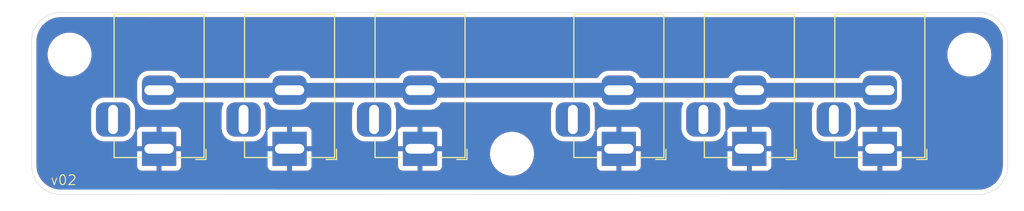
<source format=kicad_pcb>
(kicad_pcb (version 20240108) (generator "pcbnew") (generator_version "8.0")
  (layers (0 "F.Cu" signal) (31 "B.Cu" signal) (34 "B.Paste" user) (35 "F.Paste" user) (36 "B.SilkS" user "B.Silkscreen") (37 "F.SilkS" user "F.Silkscreen") (38 "B.Mask" user) (39 "F.Mask" user) (44 "Edge.Cuts" user))
  (net 0 "")
  (net 1 "GND")
  (net 2 "+12V")
  (footprint "MountingHole:MountingHole_2.7mm_M2.5" (layer "F.Cu") (at 70.104 86.868)
    (property "Reference" "H1" (hide yes))
    (property "Value" "MountingHole" (hide yes))
    (pad "" np_thru_hole circle (at 0 0) (size 4 5) (drill 4) (layers "F&B.Cu" "*.Mask"))
  )
  (footprint "Connector_BarrelJack:BarrelJack_Horizontal" (layer "F.Cu") (at 126.238 96.52 -90)
    (property "Reference" "J4" (hide yes))
    (property "Value" "Barrel_Jack" (hide yes))
    (fp_line (start -13.8 4.6) (end -13.8 -4.6) (stroke (width 0.12)) (layer "F.SilkS"))
    (fp_line (start -5 4.6) (end -13.8 4.6) (stroke (width 0.12)) (layer "F.SilkS"))
    (fp_line (start 0.9 4.6) (end -1 4.6) (stroke (width 0.12)) (layer "F.SilkS"))
    (fp_line (start 0.9 1.9) (end 0.9 4.6) (stroke (width 0.12)) (layer "F.SilkS"))
    (fp_line (start 1.1 -3.75) (end 1.1 -4.8) (stroke (width 0.12)) (layer "F.SilkS"))
    (fp_line (start -13.8 -4.6) (end 0.9 -4.6) (stroke (width 0.12)) (layer "F.SilkS"))
    (fp_line (start 0.9 -4.6) (end 0.9 -2) (stroke (width 0.12)) (layer "F.SilkS"))
    (fp_line (start 0.05 -4.8) (end 1.1 -4.8) (stroke (width 0.12)) (layer "F.SilkS"))
    (pad "1" thru_hole rect (at 0 0 270) (size 3.5 3.5) (drill oval 1 3) (layers "*.Cu" "*.Mask") (net 1 "GND"))
    (pad "2" thru_hole roundrect (at -6 0 270) (size 3 3.5) (drill oval 1 3) (layers "*.Cu" "*.Mask") (net 2 "+12V"))
    (pad "3" thru_hole roundrect (at -3 4.7 270) (size 3.5 3.5) (drill oval 3 1) (layers "*.Cu" "*.Mask"))
  )
  (footprint "Connector_BarrelJack:BarrelJack_Horizontal" (layer "F.Cu") (at 139.573 96.52 -90)
    (property "Reference" "J5" (hide yes))
    (property "Value" "Barrel_Jack" (hide yes))
    (fp_line (start -13.8 4.6) (end -13.8 -4.6) (stroke (width 0.12)) (layer "F.SilkS"))
    (fp_line (start -5 4.6) (end -13.8 4.6) (stroke (width 0.12)) (layer "F.SilkS"))
    (fp_line (start 0.9 4.6) (end -1 4.6) (stroke (width 0.12)) (layer "F.SilkS"))
    (fp_line (start 0.9 1.9) (end 0.9 4.6) (stroke (width 0.12)) (layer "F.SilkS"))
    (fp_line (start 1.1 -3.75) (end 1.1 -4.8) (stroke (width 0.12)) (layer "F.SilkS"))
    (fp_line (start -13.8 -4.6) (end 0.9 -4.6) (stroke (width 0.12)) (layer "F.SilkS"))
    (fp_line (start 0.9 -4.6) (end 0.9 -2) (stroke (width 0.12)) (layer "F.SilkS"))
    (fp_line (start 0.05 -4.8) (end 1.1 -4.8) (stroke (width 0.12)) (layer "F.SilkS"))
    (pad "1" thru_hole rect (at 0 0 270) (size 3.5 3.5) (drill oval 1 3) (layers "*.Cu" "*.Mask") (net 1 "GND"))
    (pad "2" thru_hole roundrect (at -6 0 270) (size 3 3.5) (drill oval 1 3) (layers "*.Cu" "*.Mask") (net 2 "+12V"))
    (pad "3" thru_hole roundrect (at -3 4.7 270) (size 3.5 3.5) (drill oval 3 1) (layers "*.Cu" "*.Mask"))
  )
  (footprint "Connector_BarrelJack:BarrelJack_Horizontal" (layer "F.Cu") (at 79.248 96.52 -90)
    (property "Reference" "J1" (hide yes))
    (property "Value" "Barrel_Jack" (hide yes))
    (fp_line (start -13.8 4.6) (end -13.8 -4.6) (stroke (width 0.12)) (layer "F.SilkS"))
    (fp_line (start -5 4.6) (end -13.8 4.6) (stroke (width 0.12)) (layer "F.SilkS"))
    (fp_line (start 0.9 4.6) (end -1 4.6) (stroke (width 0.12)) (layer "F.SilkS"))
    (fp_line (start 0.9 1.9) (end 0.9 4.6) (stroke (width 0.12)) (layer "F.SilkS"))
    (fp_line (start 1.1 -3.75) (end 1.1 -4.8) (stroke (width 0.12)) (layer "F.SilkS"))
    (fp_line (start -13.8 -4.6) (end 0.9 -4.6) (stroke (width 0.12)) (layer "F.SilkS"))
    (fp_line (start 0.9 -4.6) (end 0.9 -2) (stroke (width 0.12)) (layer "F.SilkS"))
    (fp_line (start 0.05 -4.8) (end 1.1 -4.8) (stroke (width 0.12)) (layer "F.SilkS"))
    (pad "1" thru_hole rect (at 0 0 270) (size 3.5 3.5) (drill oval 1 3) (layers "*.Cu" "*.Mask") (net 1 "GND"))
    (pad "2" thru_hole roundrect (at -6 0 270) (size 3 3.5) (drill oval 1 3) (layers "*.Cu" "*.Mask") (net 2 "+12V"))
    (pad "3" thru_hole roundrect (at -3 4.7 270) (size 3.5 3.5) (drill oval 3 1) (layers "*.Cu" "*.Mask"))
  )
  (footprint "MountingHole:MountingHole_2.7mm_M2.5" (layer "F.Cu") (at 162.052 86.868)
    (property "Reference" "H3" (hide yes))
    (property "Value" "MountingHole" (hide yes))
    (pad "" np_thru_hole circle (at 0 0) (size 4 5) (drill 4) (layers "F&B.Cu" "*.Mask"))
  )
  (footprint "MountingHole:MountingHole_2.7mm_M2.5" (layer "F.Cu") (at 115.316 97.028)
    (property "Reference" "H2" (hide yes))
    (property "Value" "MountingHole" (hide yes))
    (pad "" np_thru_hole circle (at 0 0) (size 4 5) (drill 4) (layers "F&B.Cu" "*.Mask"))
  )
  (footprint "Connector_BarrelJack:BarrelJack_Horizontal" (layer "F.Cu") (at 152.908 96.52 -90)
    (property "Reference" "J6" (hide yes))
    (property "Value" "Barrel_Jack" (hide yes))
    (fp_line (start -13.8 4.6) (end -13.8 -4.6) (stroke (width 0.12)) (layer "F.SilkS"))
    (fp_line (start -5 4.6) (end -13.8 4.6) (stroke (width 0.12)) (layer "F.SilkS"))
    (fp_line (start 0.9 4.6) (end -1 4.6) (stroke (width 0.12)) (layer "F.SilkS"))
    (fp_line (start 0.9 1.9) (end 0.9 4.6) (stroke (width 0.12)) (layer "F.SilkS"))
    (fp_line (start 1.1 -3.75) (end 1.1 -4.8) (stroke (width 0.12)) (layer "F.SilkS"))
    (fp_line (start -13.8 -4.6) (end 0.9 -4.6) (stroke (width 0.12)) (layer "F.SilkS"))
    (fp_line (start 0.9 -4.6) (end 0.9 -2) (stroke (width 0.12)) (layer "F.SilkS"))
    (fp_line (start 0.05 -4.8) (end 1.1 -4.8) (stroke (width 0.12)) (layer "F.SilkS"))
    (pad "1" thru_hole rect (at 0 0 270) (size 3.5 3.5) (drill oval 1 3) (layers "*.Cu" "*.Mask") (net 1 "GND"))
    (pad "2" thru_hole roundrect (at -6 0 270) (size 3 3.5) (drill oval 1 3) (layers "*.Cu" "*.Mask") (net 2 "+12V"))
    (pad "3" thru_hole roundrect (at -3 4.7 270) (size 3.5 3.5) (drill oval 3 1) (layers "*.Cu" "*.Mask"))
  )
  (footprint "Connector_BarrelJack:BarrelJack_Horizontal" (layer "F.Cu") (at 105.918 96.52 -90)
    (property "Reference" "J3" (hide yes))
    (property "Value" "Barrel_Jack" (hide yes))
    (fp_line (start -13.8 4.6) (end -13.8 -4.6) (stroke (width 0.12)) (layer "F.SilkS"))
    (fp_line (start -5 4.6) (end -13.8 4.6) (stroke (width 0.12)) (layer "F.SilkS"))
    (fp_line (start 0.9 4.6) (end -1 4.6) (stroke (width 0.12)) (layer "F.SilkS"))
    (fp_line (start 0.9 1.9) (end 0.9 4.6) (stroke (width 0.12)) (layer "F.SilkS"))
    (fp_line (start 1.1 -3.75) (end 1.1 -4.8) (stroke (width 0.12)) (layer "F.SilkS"))
    (fp_line (start -13.8 -4.6) (end 0.9 -4.6) (stroke (width 0.12)) (layer "F.SilkS"))
    (fp_line (start 0.9 -4.6) (end 0.9 -2) (stroke (width 0.12)) (layer "F.SilkS"))
    (fp_line (start 0.05 -4.8) (end 1.1 -4.8) (stroke (width 0.12)) (layer "F.SilkS"))
    (pad "1" thru_hole rect (at 0 0 270) (size 3.5 3.5) (drill oval 1 3) (layers "*.Cu" "*.Mask") (net 1 "GND"))
    (pad "2" thru_hole roundrect (at -6 0 270) (size 3 3.5) (drill oval 1 3) (layers "*.Cu" "*.Mask") (net 2 "+12V"))
    (pad "3" thru_hole roundrect (at -3 4.7 270) (size 3.5 3.5) (drill oval 3 1) (layers "*.Cu" "*.Mask"))
  )
  (footprint "Connector_BarrelJack:BarrelJack_Horizontal" (layer "F.Cu") (at 92.583 96.52 -90)
    (property "Reference" "J2" (hide yes))
    (property "Value" "Barrel_Jack" (hide yes))
    (fp_line (start -13.8 4.6) (end -13.8 -4.6) (stroke (width 0.12)) (layer "F.SilkS"))
    (fp_line (start -5 4.6) (end -13.8 4.6) (stroke (width 0.12)) (layer "F.SilkS"))
    (fp_line (start 0.9 4.6) (end -1 4.6) (stroke (width 0.12)) (layer "F.SilkS"))
    (fp_line (start 0.9 1.9) (end 0.9 4.6) (stroke (width 0.12)) (layer "F.SilkS"))
    (fp_line (start 1.1 -3.75) (end 1.1 -4.8) (stroke (width 0.12)) (layer "F.SilkS"))
    (fp_line (start -13.8 -4.6) (end 0.9 -4.6) (stroke (width 0.12)) (layer "F.SilkS"))
    (fp_line (start 0.9 -4.6) (end 0.9 -2) (stroke (width 0.12)) (layer "F.SilkS"))
    (fp_line (start 0.05 -4.8) (end 1.1 -4.8) (stroke (width 0.12)) (layer "F.SilkS"))
    (pad "1" thru_hole rect (at 0 0 270) (size 3.5 3.5) (drill oval 1 3) (layers "*.Cu" "*.Mask") (net 1 "GND"))
    (pad "2" thru_hole roundrect (at -6 0 270) (size 3 3.5) (drill oval 1 3) (layers "*.Cu" "*.Mask") (net 2 "+12V"))
    (pad "3" thru_hole roundrect (at -3 4.7 270) (size 3.5 3.5) (drill oval 3 1) (layers "*.Cu" "*.Mask"))
  )
  (gr_line (start 165.978673 98.20868) (end 165.978673 85.55) (stroke (width 0.05)) (layer "Edge.Cuts"))
  (gr_arc (start 165.978673 98.20868) (mid 165.1 100.330013) (end 162.978673 101.20868) (stroke (width 0.05)) (layer "Edge.Cuts"))
  (gr_arc (start 69.215 101.19638) (mid 67.093687 100.317699) (end 66.215 98.19638) (stroke (width 0.05)) (layer "Edge.Cuts"))
  (gr_line (start 162.978673 101.20868) (end 69.215 101.19638) (stroke (width 0.05)) (layer "Edge.Cuts"))
  (gr_arc (start 66.215001 85.5377) (mid 67.093681 83.41638) (end 69.215001 82.5377) (stroke (width 0.05)) (layer "Edge.Cuts"))
  (gr_line (start 162.978673 82.55) (end 69.215001 82.5377) (stroke (width 0.05)) (layer "Edge.Cuts"))
  (gr_line (start 66.215001 85.5377) (end 66.215 98.19638) (stroke (width 0.05)) (layer "Edge.Cuts"))
  (gr_arc (start 162.978673 82.55) (mid 165.099993 83.42868) (end 165.978673 85.55) (stroke (width 0.05)) (layer "Edge.Cuts"))
  (gr_text "v02" (at 68.094 100.3177 0) (layer "F.SilkS") (effects (font (size 1 1) (thickness 0.1)) (justify left bottom)))
  (segment (start 79.248 90.52) (end 152.908 90.52) (width 1.5) (layer "F.Cu") (net 2))
  (segment (start 79.248 90.52) (end 152.908 90.52) (width 1.5) (layer "B.Cu") (net 2))
  (zone (net 1) (net_name "GND") (layers "F&B.Cu") (connect_pads (clearance 0.5)) (min_thickness 0.25) (fill yes (thermal_gap 0.5) (thermal_bridge_width 0.5))
    (polygon (pts (xy 62.992 81.28) (xy 167.64 81.28) (xy 167.64 102.87) (xy 62.992 102.87)))
  )
)
</source>
